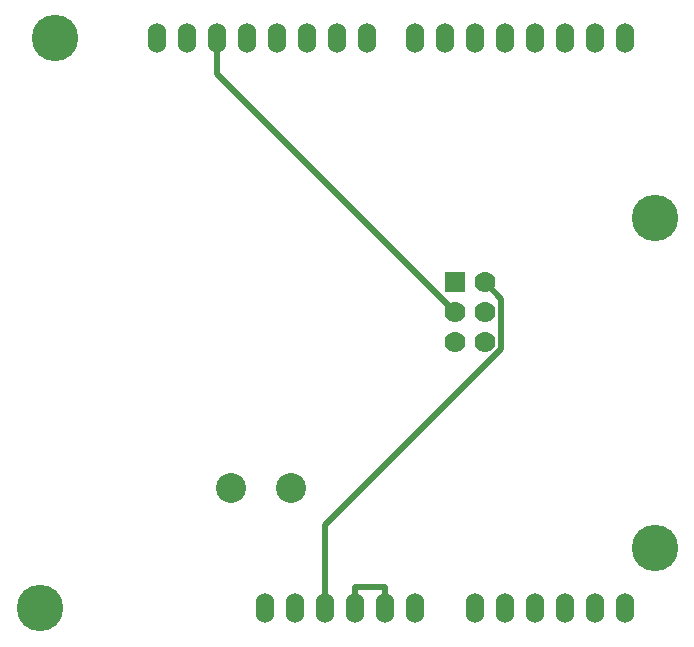
<source format=gtl>
G04 (created by PCBNEW (2013-jul-07)-stable) date Thu 03 Sep 2015 05:45:47 PM PDT*
%MOIN*%
G04 Gerber Fmt 3.4, Leading zero omitted, Abs format*
%FSLAX34Y34*%
G01*
G70*
G90*
G04 APERTURE LIST*
%ADD10C,0.00590551*%
%ADD11C,0.1*%
%ADD12O,0.06X0.1*%
%ADD13C,0.155*%
%ADD14R,0.07X0.07*%
%ADD15C,0.07*%
%ADD16C,0.02*%
G04 APERTURE END LIST*
G54D10*
G54D11*
X55500Y-47225D03*
X57500Y-47225D03*
G54D12*
X68625Y-51250D03*
X67625Y-51250D03*
X66625Y-51250D03*
X63625Y-51250D03*
X64625Y-51250D03*
X65625Y-51250D03*
X61625Y-51250D03*
X60625Y-51250D03*
X59625Y-51250D03*
X57625Y-51250D03*
X56625Y-51250D03*
X68625Y-32250D03*
X67625Y-32250D03*
X66625Y-32250D03*
X65625Y-32250D03*
X64625Y-32250D03*
X63625Y-32250D03*
X62625Y-32250D03*
X61625Y-32250D03*
X60025Y-32250D03*
X59025Y-32250D03*
X58025Y-32250D03*
X57025Y-32250D03*
X56025Y-32250D03*
X55025Y-32250D03*
X54025Y-32250D03*
X53025Y-32250D03*
X58625Y-51250D03*
G54D13*
X69625Y-49250D03*
X69625Y-38250D03*
X49625Y-32250D03*
X49125Y-51250D03*
G54D14*
X62950Y-40374D03*
G54D15*
X63950Y-40374D03*
X62950Y-41374D03*
X63950Y-41374D03*
X62950Y-42374D03*
X63950Y-42374D03*
G54D16*
X58625Y-48478D02*
X58625Y-51250D01*
X64510Y-42593D02*
X58625Y-48478D01*
X64510Y-40935D02*
X64510Y-42593D01*
X63950Y-40374D02*
X64510Y-40935D01*
X59625Y-50549D02*
X60625Y-50549D01*
X59625Y-51250D02*
X59625Y-50549D01*
X60625Y-51250D02*
X60625Y-50549D01*
X55025Y-33450D02*
X55025Y-32250D01*
X62950Y-41374D02*
X55025Y-33450D01*
M02*

</source>
